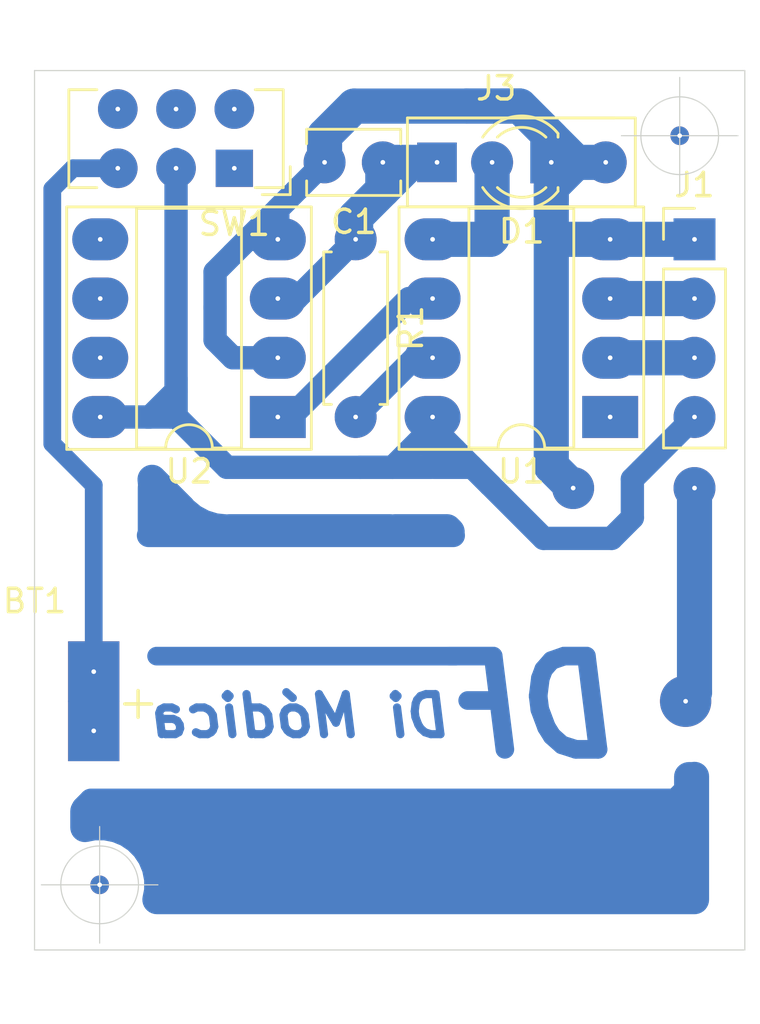
<source format=kicad_pcb>
(kicad_pcb (version 20221018) (generator pcbnew)
  (layers (0 "F.Cu" signal) (31 "B.Cu" signal) (34 "B.Paste" user) (35 "F.Paste" user) (36 "B.SilkS" user "B.Silkscreen") (37 "F.SilkS" user "F.Silkscreen") (38 "B.Mask" user) (39 "F.Mask" user) (44 "Edge.Cuts" user))
  (net 0 "")
  (net 1 "Net-(BT1-Pad2)")
  (net 2 "Net-(BT1-Pad1)")
  (net 3 "Net-(C1-Pad1)")
  (net 4 "Net-(D1-Pad2)")
  (net 5 "Net-(J1-Pad2)")
  (net 6 "Net-(J1-Pad3)")
  (net 7 "Net-(J1-Pad4)")
  (net 8 "Net-(R1-Pad2)")
  (net 9 "Net-(SW1-Pad1)")
  (net 10 "Net-(U1-Pad1)")
  (net 11 "Net-(U1-Pad6)")
  (footprint "Battery:BatteryHolder_Keystone_103_1x20mm" (layer "F.Cu") (at 99.568 138.43)
    (fp_text reference "BT1" (at 0 -4.3) (layer "F.SilkS"))
    (fp_text value "CR2032")
    (fp_text user "+" (at 4.445 0) (layer "F.SilkS") (effects (font (size 1.5 1.5))))
    (pad "1" thru_hole rect (at 2.54 -1.27) (size 2.2 2.6) (drill 0.2) (layers "*.Cu" "*.Mask") (net 2 "Net-(BT1-Pad1)"))
    (pad "1" thru_hole rect (at 2.54 1.27) (size 2.2 2.6) (drill 0.2) (layers "*.Cu" "*.Mask") (net 2 "Net-(BT1-Pad1)"))
    (pad "2" thru_hole circle (at 27.94 0) (size 2.2 2.2) (drill 0.2) (layers "*.Cu" "*.Mask") (net 1 "Net-(BT1-Pad2)"))
  )
  (footprint "LED_THT:LED_D3.0mm" (layer "F.Cu") (at 121.7422 115.316 180)
    (fp_text reference "D1" (at 1.27 -2.96) (layer "F.SilkS"))
    (fp_text value "LED")
    (fp_line (start -0.29 -1.236) (end -0.29 -1.08) (stroke (width 0.12)) (layer "F.SilkS"))
    (fp_line (start -0.29 1.08) (end -0.29 1.236) (stroke (width 0.12)) (layer "F.SilkS"))
    (fp_arc (start -0.29 -1.235516) (mid 1.366487 -1.987659) (end 2.942335 -1.078608) (stroke (width 0.12)) (layer "F.SilkS"))
    (fp_arc (start 0.229039 -1.08) (mid 1.270117 -1.5) (end 2.31113 -1.079837) (stroke (width 0.12)) (layer "F.SilkS"))
    (fp_arc (start 2.31113 1.079837) (mid 1.270117 1.5) (end 0.229039 1.08) (stroke (width 0.12)) (layer "F.SilkS"))
    (fp_arc (start 2.942335 1.078608) (mid 1.366487 1.987659) (end -0.29 1.235516) (stroke (width 0.12)) (layer "F.SilkS"))
    (pad "1" thru_hole rect (at 0 0 180) (size 1.8 1.8) (drill 0.2) (layers "*.Cu" "*.Mask") (net 1 "Net-(BT1-Pad2)"))
    (pad "2" thru_hole oval (at 2.54 0 180) (size 1.8 1.8) (drill 0.2) (layers "*.Cu" "*.Mask") (net 4 "Net-(D1-Pad2)"))
  )
  (footprint "Connector_PinHeader_2.54mm:PinHeader_1x04_P2.54mm_Vertical" (layer "F.Cu") (at 127.889 118.618)
    (fp_text reference "J1" (at 0 -2.33) (layer "F.SilkS"))
    (fp_text value "Display")
    (fp_line (start -1.33 -1.33) (end 0 -1.33) (stroke (width 0.12)) (layer "F.SilkS"))
    (fp_line (start -1.33 0) (end -1.33 -1.33) (stroke (width 0.12)) (layer "F.SilkS"))
    (fp_line (start -1.33 1.27) (end -1.33 8.95) (stroke (width 0.12)) (layer "F.SilkS"))
    (fp_line (start -1.33 1.27) (end 1.33 1.27) (stroke (width 0.12)) (layer "F.SilkS"))
    (fp_line (start -1.33 8.95) (end 1.33 8.95) (stroke (width 0.12)) (layer "F.SilkS"))
    (fp_line (start 1.33 1.27) (end 1.33 8.95) (stroke (width 0.12)) (layer "F.SilkS"))
    (pad "1" thru_hole rect (at 0 0) (size 1.8 1.8) (drill 0.2) (layers "*.Cu" "*.Mask") (net 1 "Net-(BT1-Pad2)"))
    (pad "2" thru_hole oval (at 0 2.54) (size 1.8 1.8) (drill 0.2) (layers "*.Cu" "*.Mask") (net 6 "Net-(J1-Pad3)"))
    (pad "3" thru_hole oval (at 0 5.08) (size 1.8 1.8) (drill 0.2) (layers "*.Cu" "*.Mask") (net 7 "Net-(J1-Pad4)"))
    (pad "4" thru_hole oval (at 0 7.62) (size 1.8 1.8) (drill 0.2) (layers "*.Cu" "*.Mask") (net 5 "Net-(J1-Pad2)"))
  )
  (footprint "Button_Switch_THT:SW_CuK_JS202011AQN_DPDT_Angled" (layer "F.Cu") (at 108.1405 115.951 180)
    (fp_text reference "SW1" (at 0 -2 180) (layer "F.SilkS"))
    (fp_text value "SW_DPDT_x2")
    (fp_line (start -2.4 -0.75) (end -2.4 0.45) (stroke (width 0.12)) (layer "F.SilkS"))
    (fp_line (start -2.1 -0.45) (end -2.1 3.75) (stroke (width 0.12)) (layer "F.SilkS"))
    (fp_line (start -2.1 3.75) (end -0.9 3.75) (stroke (width 0.12)) (layer "F.SilkS"))
    (fp_line (start -1.2 -0.75) (end -2.4 -0.75) (stroke (width 0.12)) (layer "F.SilkS"))
    (fp_line (start -0.9 -0.45) (end -2.1 -0.45) (stroke (width 0.12)) (layer "F.SilkS"))
    (fp_line (start 5.9 -0.45) (end 7.1 -0.45) (stroke (width 0.12)) (layer "F.SilkS"))
    (fp_line (start 7.1 -0.45) (end 7.1 3.75) (stroke (width 0.12)) (layer "F.SilkS"))
    (fp_line (start 7.1 3.75) (end 5.9 3.75) (stroke (width 0.12)) (layer "F.SilkS"))
    (pad "1" thru_hole rect (at 0 0.381 180) (size 1.6 1.6) (drill 0.2) (layers "*.Cu" "*.Mask") (net 9 "Net-(SW1-Pad1)"))
    (pad "2" thru_hole circle (at 2.5 0.381 180) (size 1.7 1.7) (drill 0.2) (layers "*.Cu" "*.Mask") (net 5 "Net-(J1-Pad2)"))
    (pad "3" thru_hole circle (at 5 0.381 180) (size 1.7 1.7) (drill 0.2) (layers "*.Cu" "*.Mask") (net 2 "Net-(BT1-Pad1)"))
    (pad "4" thru_hole circle (at 0 2.921 180) (size 1.7 1.7) (drill 0.2) (layers "*.Cu" "*.Mask"))
    (pad "5" thru_hole circle (at 2.5 2.921 180) (size 1.7 1.7) (drill 0.2) (layers "*.Cu" "*.Mask"))
    (pad "6" thru_hole circle (at 5 2.921 180) (size 1.7 1.7) (drill 0.2) (layers "*.Cu" "*.Mask"))
  )
  (footprint "Package_DIP:DIP-8_W7.62mm_Socket_LongPads" (layer "F.Cu") (at 124.2695 126.238 180)
    (fp_text reference "U1" (at 3.81 -2.33) (layer "F.SilkS"))
    (fp_text value "ATtiny85-20PU")
    (fp_line (start -1.44 -1.39) (end -1.44 9.01) (stroke (width 0.12)) (layer "F.SilkS"))
    (fp_line (start -1.44 9.01) (end 9.06 9.01) (stroke (width 0.12)) (layer "F.SilkS"))
    (fp_line (start 1.56 -1.33) (end 1.56 8.95) (stroke (width 0.12)) (layer "F.SilkS"))
    (fp_line (start 1.56 8.95) (end 6.06 8.95) (stroke (width 0.12)) (layer "F.SilkS"))
    (fp_line (start 2.81 -1.33) (end 1.56 -1.33) (stroke (width 0.12)) (layer "F.SilkS"))
    (fp_line (start 6.06 -1.33) (end 4.81 -1.33) (stroke (width 0.12)) (layer "F.SilkS"))
    (fp_line (start 6.06 8.95) (end 6.06 -1.33) (stroke (width 0.12)) (layer "F.SilkS"))
    (fp_line (start 9.06 -1.39) (end -1.44 -1.39) (stroke (width 0.12)) (layer "F.SilkS"))
    (fp_line (start 9.06 9.01) (end 9.06 -1.39) (stroke (width 0.12)) (layer "F.SilkS"))
    (fp_arc (start 4.81 -1.33) (mid 3.81 -0.33) (end 2.81 -1.33) (stroke (width 0.12)) (layer "F.SilkS"))
    (pad "1" thru_hole rect (at 0 0 180) (size 2.4 1.8) (drill 0.2) (layers "*.Cu" "*.Mask") (net 10 "Net-(U1-Pad1)"))
    (pad "2" thru_hole oval (at 0 2.54 180) (size 2.4 1.8) (drill 0.2) (layers "*.Cu" "*.Mask") (net 7 "Net-(J1-Pad4)"))
    (pad "3" thru_hole oval (at 0 5.08 180) (size 2.4 1.8) (drill 0.2) (layers "*.Cu" "*.Mask") (net 6 "Net-(J1-Pad3)"))
    (pad "4" thru_hole oval (at 0 7.62 180) (size 2.4 1.8) (drill 0.2) (layers "*.Cu" "*.Mask") (net 1 "Net-(BT1-Pad2)"))
    (pad "5" thru_hole oval (at 7.62 7.62 180) (size 2.4 1.8) (drill 0.2) (layers "*.Cu" "*.Mask") (net 4 "Net-(D1-Pad2)"))
    (pad "6" thru_hole oval (at 7.62 5.08 180) (size 2.4 1.8) (drill 0.2) (layers "*.Cu" "*.Mask") (net 11 "Net-(U1-Pad6)"))
    (pad "7" thru_hole oval (at 7.62 2.54 180) (size 2.4 1.8) (drill 0.2) (layers "*.Cu" "*.Mask") (net 8 "Net-(R1-Pad2)"))
    (pad "8" thru_hole oval (at 7.62 0 180) (size 2.4 1.8) (drill 0.2) (layers "*.Cu" "*.Mask") (net 5 "Net-(J1-Pad2)"))
  )
  (footprint "Package_DIP:DIP-8_W7.62mm_Socket_LongPads" (layer "F.Cu") (at 110.0074 126.238 180)
    (fp_text reference "U2" (at 3.81 -2.33) (layer "F.SilkS"))
    (fp_text value "LM393")
    (fp_line (start -1.44 -1.39) (end -1.44 9.01) (stroke (width 0.12)) (layer "F.SilkS"))
    (fp_line (start -1.44 9.01) (end 9.06 9.01) (stroke (width 0.12)) (layer "F.SilkS"))
    (fp_line (start 1.56 -1.33) (end 1.56 8.95) (stroke (width 0.12)) (layer "F.SilkS"))
    (fp_line (start 1.56 8.95) (end 6.06 8.95) (stroke (width 0.12)) (layer "F.SilkS"))
    (fp_line (start 2.81 -1.33) (end 1.56 -1.33) (stroke (width 0.12)) (layer "F.SilkS"))
    (fp_line (start 6.06 -1.33) (end 4.81 -1.33) (stroke (width 0.12)) (layer "F.SilkS"))
    (fp_line (start 6.06 8.95) (end 6.06 -1.33) (stroke (width 0.12)) (layer "F.SilkS"))
    (fp_line (start 9.06 -1.39) (end -1.44 -1.39) (stroke (width 0.12)) (layer "F.SilkS"))
    (fp_line (start 9.06 9.01) (end 9.06 -1.39) (stroke (width 0.12)) (layer "F.SilkS"))
    (fp_arc (start 4.81 -1.33) (mid 3.81 -0.33) (end 2.81 -1.33) (stroke (width 0.12)) (layer "F.SilkS"))
    (pad "1" thru_hole rect (at 0 0 180) (size 2.4 1.8) (drill 0.2) (layers "*.Cu" "*.Mask") (net 11 "Net-(U1-Pad6)"))
    (pad "2" thru_hole oval (at 0 2.54 180) (size 2.4 1.8) (drill 0.2) (layers "*.Cu" "*.Mask") (net 1 "Net-(BT1-Pad2)"))
    (pad "3" thru_hole oval (at 0 5.08 180) (size 2.4 1.8) (drill 0.2) (layers "*.Cu" "*.Mask") (net 3 "Net-(C1-Pad1)"))
    (pad "4" thru_hole oval (at 0 7.62 180) (size 2.4 1.8) (drill 0.2) (layers "*.Cu" "*.Mask") (net 1 "Net-(BT1-Pad2)"))
    (pad "5" thru_hole oval (at 7.62 7.62 180) (size 2.4 1.8) (drill 0.2) (layers "*.Cu" "*.Mask"))
    (pad "6" thru_hole oval (at 7.62 5.08 180) (size 2.4 1.8) (drill 0.2) (layers "*.Cu" "*.Mask"))
    (pad "7" thru_hole oval (at 7.62 2.54 180) (size 2.4 1.8) (drill 0.2) (layers "*.Cu" "*.Mask"))
    (pad "8" thru_hole oval (at 7.62 0 180) (size 2.4 1.8) (drill 0.2) (layers "*.Cu" "*.Mask") (net 5 "Net-(J1-Pad2)"))
  )
  (footprint "Resistor_THT:R_Axial_DIN0207_L6.3mm_D2.5mm_P7.62mm_Horizontal" (layer "F.Cu") (at 113.3475 118.618 -90)
    (fp_text reference "R1" (at 3.81 -2.37 90) (layer "F.SilkS"))
    (fp_text value "220")
    (fp_line (start 0.54 -1.37) (end 7.08 -1.37) (stroke (width 0.12)) (layer "F.SilkS"))
    (fp_line (start 0.54 -1.04) (end 0.54 -1.37) (stroke (width 0.12)) (layer "F.SilkS"))
    (fp_line (start 0.54 1.04) (end 0.54 1.37) (stroke (width 0.12)) (layer "F.SilkS"))
    (fp_line (start 0.54 1.37) (end 7.08 1.37) (stroke (width 0.12)) (layer "F.SilkS"))
    (fp_line (start 7.08 -1.37) (end 7.08 -1.04) (stroke (width 0.12)) (layer "F.SilkS"))
    (fp_line (start 7.08 1.37) (end 7.08 1.04) (stroke (width 0.12)) (layer "F.SilkS"))
    (pad "1" thru_hole oval (at 0 0 270) (size 1.8 1.8) (drill 0.2) (layers "*.Cu" "*.Mask") (net 3 "Net-(C1-Pad1)"))
    (pad "2" thru_hole oval (at 7.62 0 270) (size 1.8 1.8) (drill 0.2) (layers "*.Cu" "*.Mask") (net 8 "Net-(R1-Pad2)"))
  )
  (footprint "Capacitor_THT:C_Disc_D3.8mm_W2.6mm_P2.50mm" (layer "F.Cu") (at 114.514 115.316 180)
    (fp_text reference "C1" (at 1.25 -2.55) (layer "F.SilkS"))
    (fp_text value "1u")
    (fp_line (start -0.77 -1.42) (end -0.77 -0.795) (stroke (width 0.12)) (layer "F.SilkS"))
    (fp_line (start -0.77 -1.42) (end 3.27 -1.42) (stroke (width 0.12)) (layer "F.SilkS"))
    (fp_line (start -0.77 0.795) (end -0.77 1.42) (stroke (width 0.12)) (layer "F.SilkS"))
    (fp_line (start -0.77 1.42) (end 3.27 1.42) (stroke (width 0.12)) (layer "F.SilkS"))
    (fp_line (start 3.27 -1.42) (end 3.27 -0.795) (stroke (width 0.12)) (layer "F.SilkS"))
    (fp_line (start 3.27 0.795) (end 3.27 1.42) (stroke (width 0.12)) (layer "F.SilkS"))
    (pad "1" thru_hole oval (at 0 0 180) (size 1.8 1.8) (drill 0.2) (layers "*.Cu" "*.Mask") (net 3 "Net-(C1-Pad1)"))
    (pad "2" thru_hole oval (at 2.5 0 180) (size 1.8 1.8) (drill 0.2) (layers "*.Cu" "*.Mask") (net 1 "Net-(BT1-Pad2)"))
  )
  (footprint "TerminalBlock:TerminalBlock_bornier-2_P5.08mm" (layer "F.Cu") (at 116.84 115.316)
    (fp_text reference "J3" (at 2.54 -3.175) (layer "F.SilkS"))
    (fp_text value "Lx")
    (fp_line (start -1.27 -1.905) (end -1.27 1.905) (stroke (width 0.12)) (layer "F.SilkS"))
    (fp_line (start -1.27 -1.905) (end 8.509 -1.905) (stroke (width 0.12)) (layer "F.SilkS"))
    (fp_line (start -1.27 1.905) (end 7.62 1.905) (stroke (width 0.12)) (layer "F.SilkS"))
    (fp_line (start 7.62 -1.905) (end -1.27 -1.905) (stroke (width 0.12)) (layer "F.SilkS"))
    (fp_line (start 8.509 1.905) (end -1.27 1.905) (stroke (width 0.12)) (layer "F.SilkS"))
    (fp_line (start 8.509 1.905) (end 8.509 -1.905) (stroke (width 0.12)) (layer "F.SilkS"))
    (pad "1" thru_hole rect (at 0 0) (size 1.7 1.7) (drill 0.2) (layers "*.Cu" "*.Mask") (net 3 "Net-(C1-Pad1)"))
    (pad "2" thru_hole circle (at 7.239 0) (size 1.8 1.8) (drill 0.2) (layers "*.Cu" "*.Mask") (net 1 "Net-(BT1-Pad2)"))
  )
  (gr_line (start 130.048 111.379) (end 99.568 111.379) (stroke (width 0.05)) (layer "Edge.Cuts"))
  (gr_line (start 99.568 111.379) (end 99.568 149.098) (stroke (width 0.05)) (layer "Edge.Cuts"))
  (gr_line (start 99.568 149.098) (end 130.048 149.098) (stroke (width 0.05)) (layer "Edge.Cuts"))
  (gr_line (start 130.048 149.098) (end 130.048 111.379) (stroke (width 0.05)) (layer "Edge.Cuts"))
  (gr_text "Di Módica" (at 110.998 139.065) (layer "B.Cu") (effects (font (size 1.72 1.72) (thickness 0.35) italic) (justify mirror)))
  (gr_text "|" (at 110.5408 136.49452 90) (layer "B.Cu") (effects (font (size 9 4) (thickness 0.8)) (justify mirror)))
  (gr_text "DF" (at 120.96496 138.684) (layer "B.Cu") (effects (font (size 4 4) (thickness 0.8) italic) (justify mirror)))
  (target plus (at 102.362 146.304) (size 5) (width 0.05) (layer "Edge.Cuts"))
  (target plus (at 127.254 114.173) (size 5) (width 0.05) (layer "Edge.Cuts"))
  (via (at 102.362 146.304) (size 0.8) (drill 0.2) (layers "F.Cu" "B.Cu") (net 0))
  (via (at 127.254 114.173) (size 0.8) (drill 0.2) (layers "F.Cu" "B.Cu") (net 0))
  (segment (start 127.4445 143.7005) (end 126.8095 143.0655) (width 1) (layer "B.Cu") (net 0))
  (segment (start 101.981 142.6845) (end 101.6635 143.002) (width 1) (layer "B.Cu") (net 0))
  (segment (start 127.0635 142.6845) (end 127.4445 142.3035) (width 1) (layer "B.Cu") (net 0))
  (segment (start 104.4575 131.318) (end 117.5385 131.318) (width 1) (layer "B.Cu") (net 0))
  (segment (start 106.24058 142.67688) (end 101.98608 142.67688) (width 1) (layer "B.Cu") (net 0))
  (segment (start 110.744 142.8115) (end 127.3175 142.8115) (width 1) (layer "B.Cu") (net 0))
  (segment (start 106.23296 142.67688) (end 127.06096 142.67688) (width 1) (layer "B.Cu") (net 0))
  (segment (start 112.776 143.7005) (end 127.4445 143.7005) (width 1) (layer "B.Cu") (net 0))
  (segment (start 126.8095 143.0655) (end 113.157 143.0655) (width 1) (layer "B.Cu") (net 0))
  (via (at 122.682 129.286) (size 1.8) (drill 0.2) (layers "F.Cu" "B.Cu") (net 1))
  (via (at 127.889 129.286) (size 1.8) (drill 0.2) (layers "F.Cu" "B.Cu") (net 1))
  (segment (start 127.889 129.286) (end 127.889 138.049) (width 1.508) (layer "B.Cu") (net 1))
  (segment (start 107.315 121.539) (end 107.315 122.936) (width 1) (layer "B.Cu") (net 1))
  (segment (start 112.014 115.316) (end 112.014 114.173) (width 1.508) (layer "B.Cu") (net 1))
  (segment (start 121.7422 128.3462) (end 122.682 129.286) (width 1.508) (layer "B.Cu") (net 1))
  (segment (start 121.7422 116.8908) (end 121.7422 116.3828) (width 1.508) (layer "B.Cu") (net 1))
  (segment (start 120.396 112.903) (end 122.809 115.316) (width 1.508) (layer "B.Cu") (net 1))
  (segment (start 108.712 118.618) (end 108.077 119.253) (width 1) (layer "B.Cu") (net 1))
  (segment (start 124.2695 118.618) (end 127.889 118.618) (width 1.508) (layer "B.Cu") (net 1))
  (segment (start 124.2695 118.618) (end 121.92 118.618) (width 1.508) (layer "B.Cu") (net 1))
  (segment (start 107.315 120.015) (end 108.077 119.253) (width 1) (layer "B.Cu") (net 1))
  (segment (start 108.077 119.253) (end 110.4265 116.9035) (width 1) (layer "B.Cu") (net 1))
  (segment (start 110.0074 118.618) (end 110.0074 117.3226) (width 1) (layer "B.Cu") (net 1))
  (segment (start 118.11 112.903) (end 119.634 112.903) (width 1.508) (layer "B.Cu") (net 1))
  (segment (start 119.634 112.903) (end 120.269 112.903) (width 1.508) (layer "B.Cu") (net 1))
  (segment (start 112.014 114.173) (end 113.284 112.903) (width 1.508) (layer "B.Cu") (net 1))
  (segment (start 121.7422 118.4402) (end 121.7422 116.8908) (width 1.508) (layer "B.Cu") (net 1))
  (segment (start 121.7422 116.3828) (end 122.809 115.316) (width 1.508) (layer "B.Cu") (net 1))
  (segment (start 121.7422 116.8908) (end 121.7422 115.316) (width 1.508) (layer "B.Cu") (net 1))
  (segment (start 108.585 123.698) (end 110.0074 123.698) (width 1) (layer "B.Cu") (net 1))
  (segment (start 118.11 112.903) (end 120.396 112.903) (width 1.508) (layer "B.Cu") (net 1))
  (segment (start 107.315 121.539) (end 107.315 120.015) (width 1) (layer "B.Cu") (net 1))
  (segment (start 121.7422 118.4402) (end 121.7422 128.3462) (width 1.508) (layer "B.Cu") (net 1))
  (segment (start 119.634 112.903) (end 120.396 112.903) (width 1.508) (layer "B.Cu") (net 1))
  (segment (start 121.92 118.618) (end 121.7422 118.4402) (width 1.508) (layer "B.Cu") (net 1))
  (segment (start 120.396 112.903) (end 121.7422 114.2492) (width 1.508) (layer "B.Cu") (net 1))
  (segment (start 121.7422 114.2492) (end 121.7422 115.316) (width 1.508) (layer "B.Cu") (net 1))
  (segment (start 108.077 123.698) (end 108.585 123.698) (width 1) (layer "B.Cu") (net 1))
  (segment (start 110.0074 117.3226) (end 110.4265 116.9035) (width 1) (layer "B.Cu") (net 1))
  (segment (start 110.4265 116.9035) (end 112.014 115.316) (width 1) (layer "B.Cu") (net 1))
  (segment (start 127.889 138.049) (end 127.508 138.43) (width 1.508) (layer "B.Cu") (net 1))
  (segment (start 113.284 112.903) (end 118.11 112.903) (width 1.508) (layer "B.Cu") (net 1))
  (segment (start 121.7422 115.316) (end 122.809 115.316) (width 1.508) (layer "B.Cu") (net 1))
  (segment (start 107.315 122.936) (end 108.077 123.698) (width 1) (layer "B.Cu") (net 1))
  (segment (start 122.809 115.316) (end 124.079 115.316) (width 1.508) (layer "B.Cu") (net 1))
  (segment (start 110.0074 118.618) (end 108.712 118.618) (width 1) (layer "B.Cu") (net 1))
  (segment (start 100.33 127.381) (end 102.108 129.159) (width 0.762) (layer "B.Cu") (net 2))
  (segment (start 102.108 129.159) (end 102.108 137.16) (width 0.762) (layer "B.Cu") (net 2))
  (segment (start 100.33 116.459) (end 100.33 127.381) (width 0.762) (layer "B.Cu") (net 2))
  (segment (start 101.219 115.57) (end 100.33 116.459) (width 0.762) (layer "B.Cu") (net 2))
  (segment (start 103.1405 115.57) (end 101.219 115.57) (width 0.762) (layer "B.Cu") (net 2))
  (segment (start 115.697 115.316) (end 116.84 115.316) (width 1.508) (layer "B.Cu") (net 3))
  (segment (start 114.514 116.499) (end 114.514 115.316) (width 1.508) (layer "B.Cu") (net 3))
  (segment (start 114.514 115.316) (end 115.697 115.316) (width 1.508) (layer "B.Cu") (net 3))
  (segment (start 113.3475 117.6655) (end 114.514 116.499) (width 1.508) (layer "B.Cu") (net 3))
  (segment (start 114.514 116.499) (end 115.697 115.316) (width 1.508) (layer "B.Cu") (net 3))
  (segment (start 109.982 121.158) (end 110.8075 121.158) (width 1) (layer "B.Cu") (net 3))
  (segment (start 113.3475 118.618) (end 113.3475 117.6655) (width 1.508) (layer "B.Cu") (net 3))
  (segment (start 110.8075 121.158) (end 113.3475 118.618) (width 1) (layer "B.Cu") (net 3))
  (segment (start 119.2022 115.316) (end 119.2022 118.5418) (width 1.508) (layer "B.Cu") (net 4))
  (segment (start 116.6495 118.618) (end 119.126 118.618) (width 1.508) (layer "B.Cu") (net 4))
  (segment (start 119.2022 118.5418) (end 119.126 118.618) (width 1.508) (layer "B.Cu") (net 4))
  (segment (start 107.823 128.397) (end 105.6405 126.2145) (width 1) (layer "B.Cu") (net 5))
  (segment (start 105.41 126.238) (end 105.6405 126.0075) (width 1) (layer "B.Cu") (net 5))
  (segment (start 105.6405 126.2145) (end 105.6405 125.1185) (width 1) (layer "B.Cu") (net 5))
  (segment (start 113.538 128.397) (end 114.935 128.397) (width 1) (layer "B.Cu") (net 5))
  (segment (start 118.3005 128.3335) (end 119.126 129.159) (width 1) (layer "B.Cu") (net 5))
  (segment (start 113.538 128.397) (end 107.823 128.397) (width 1) (layer "B.Cu") (net 5))
  (segment (start 105.6405 124.6105) (end 105.6405 115.189) (width 1) (layer "B.Cu") (net 5))
  (segment (start 125.603 128.524) (end 127.889 126.238) (width 1) (layer "B.Cu") (net 5))
  (segment (start 119.126 129.159) (end 117.602 127.635) (width 1) (layer "B.Cu") (net 5))
  (segment (start 124.333 131.445) (end 125.222 130.556) (width 1) (layer "B.Cu") (net 5))
  (segment (start 125.222 128.905) (end 125.603 128.524) (width 1) (layer "B.Cu") (net 5))
  (segment (start 125.222 130.556) (end 125.222 128.905) (width 1) (layer "B.Cu") (net 5))
  (segment (start 117.602 127.635) (end 117.221 127.254) (width 1) (layer "B.Cu") (net 5))
  (segment (start 104.394 126.238) (end 105.41 126.238) (width 1) (layer "B.Cu") (net 5))
  (segment (start 104.521 126.238) (end 105.6405 125.1185) (width 1) (layer "B.Cu") (net 5))
  (segment (start 119.126 129.159) (end 121.412 131.445) (width 1) (layer "B.Cu") (net 5))
  (segment (start 105.6405 124.6105) (end 105.6405 125.1185) (width 1) (layer "B.Cu") (net 5))
  (segment (start 104.394 126.238) (end 104.521 126.238) (width 1) (layer "B.Cu") (net 5))
  (segment (start 102.3874 126.238) (end 104.394 126.238) (width 1) (layer "B.Cu") (net 5))
  (segment (start 105.6405 126.0075) (end 105.6405 124.6105) (width 1) (layer "B.Cu") (net 5))
  (segment (start 114.935 128.397) (end 116.078 127.254) (width 1) (layer "B.Cu") (net 5))
  (segment (start 116.6495 128.3335) (end 118.3005 128.3335) (width 1) (layer "B.Cu") (net 5))
  (segment (start 116.586 128.397) (end 113.538 128.397) (width 1) (layer "B.Cu") (net 5))
  (segment (start 121.412 131.445) (end 124.333 131.445) (width 1) (layer "B.Cu") (net 5))
  (segment (start 116.713 128.397) (end 118.364 128.397) (width 1) (layer "B.Cu") (net 5))
  (segment (start 116.6495 126.238) (end 116.6495 128.3335) (width 1) (layer "B.Cu") (net 5))
  (segment (start 124.2695 121.158) (end 127.889 121.158) (width 1.508) (layer "B.Cu") (net 6))
  (segment (start 124.2695 123.698) (end 127.889 123.698) (width 1.508) (layer "B.Cu") (net 7))
  (segment (start 116.6495 123.698) (end 115.8875 123.698) (width 1) (layer "B.Cu") (net 8))
  (segment (start 115.8875 123.698) (end 113.3475 126.238) (width 1) (layer "B.Cu") (net 8))
  (segment (start 110.5535 126.238) (end 115.6335 121.158) (width 1) (layer "B.Cu") (net 11))
  (segment (start 115.6335 121.158) (end 116.6495 121.158) (width 1) (layer "B.Cu") (net 11))
  (segment (start 109.982 126.238) (end 110.5535 126.238) (width 1) (layer "B.Cu") (net 11))
  (zone (net 0) (net_name "") (layer "B.Cu") (connect_pads (clearance 1.508)) (min_thickness 1.254) (fill yes (thermal_gap 1.508) (thermal_bridge_width 1.508))
    (polygon (pts (xy 130.048 149.098) (xy 99.568 149.098) (xy 99.568 111.379) (xy 130.048 111.379)))
  )
)
</source>
